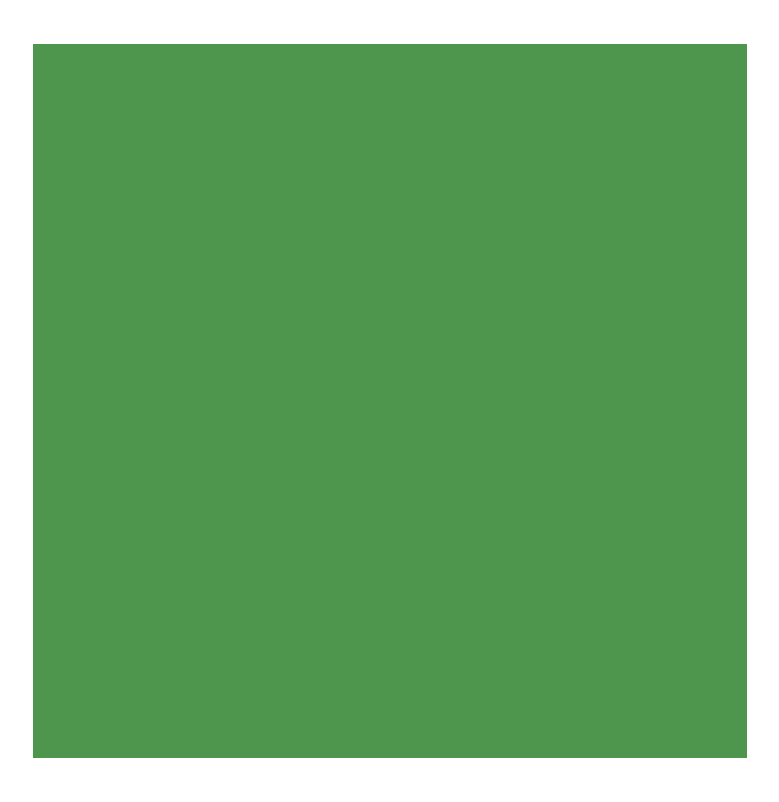
<source format=gbr>
%TF.GenerationSoftware,KiCad,Pcbnew,6.0.11+dfsg-1~bpo11+1*%
%TF.CreationDate,2023-07-05T12:19:57+00:00*%
%TF.ProjectId,PINHOLDER02,50494e48-4f4c-4444-9552-30322e6b6963,02A*%
%TF.SameCoordinates,Original*%
%TF.FileFunction,Soldermask,Bot*%
%TF.FilePolarity,Negative*%
%FSLAX46Y46*%
G04 Gerber Fmt 4.6, Leading zero omitted, Abs format (unit mm)*
G04 Created by KiCad (PCBNEW 6.0.11+dfsg-1~bpo11+1) date 2023-07-05 12:19:57*
%MOMM*%
%LPD*%
G01*
G04 APERTURE LIST*
G04 Aperture macros list*
%AMRoundRect*
0 Rectangle with rounded corners*
0 $1 Rounding radius*
0 $2 $3 $4 $5 $6 $7 $8 $9 X,Y pos of 4 corners*
0 Add a 4 corners polygon primitive as box body*
4,1,4,$2,$3,$4,$5,$6,$7,$8,$9,$2,$3,0*
0 Add four circle primitives for the rounded corners*
1,1,$1+$1,$2,$3*
1,1,$1+$1,$4,$5*
1,1,$1+$1,$6,$7*
1,1,$1+$1,$8,$9*
0 Add four rect primitives between the rounded corners*
20,1,$1+$1,$2,$3,$4,$5,0*
20,1,$1+$1,$4,$5,$6,$7,0*
20,1,$1+$1,$6,$7,$8,$9,0*
20,1,$1+$1,$8,$9,$2,$3,0*%
G04 Aperture macros list end*
%ADD10C,6.400000*%
%ADD11C,2.400000*%
%ADD12C,0.909900*%
%ADD13RoundRect,0.200000X1.000000X-1.900000X1.000000X1.900000X-1.000000X1.900000X-1.000000X-1.900000X0*%
G04 APERTURE END LIST*
D10*
%TO.C,M3*%
X0Y0D03*
%TD*%
%TO.C,M2*%
X40640000Y0D03*
%TD*%
%TO.C,M4*%
X0Y-20320000D03*
%TD*%
D11*
%TO.C,TP3*%
X-1310000Y-6670000D03*
%TD*%
D12*
%TO.C,TP1*%
X18140000Y-12120000D03*
%TD*%
D13*
%TO.C,TP2*%
X2890000Y-12170000D03*
%TD*%
G36*
X55611502Y4811502D02*
G01*
X55626000Y4776500D01*
X55626000Y-55576500D01*
X55611502Y-55611502D01*
X55576500Y-55626000D01*
X-4776500Y-55626000D01*
X-4811502Y-55611502D01*
X-4826000Y-55576500D01*
X-4826000Y4776500D01*
X-4811502Y4811502D01*
X-4776500Y4826000D01*
X55576500Y4826000D01*
X55611502Y4811502D01*
G37*
M02*

</source>
